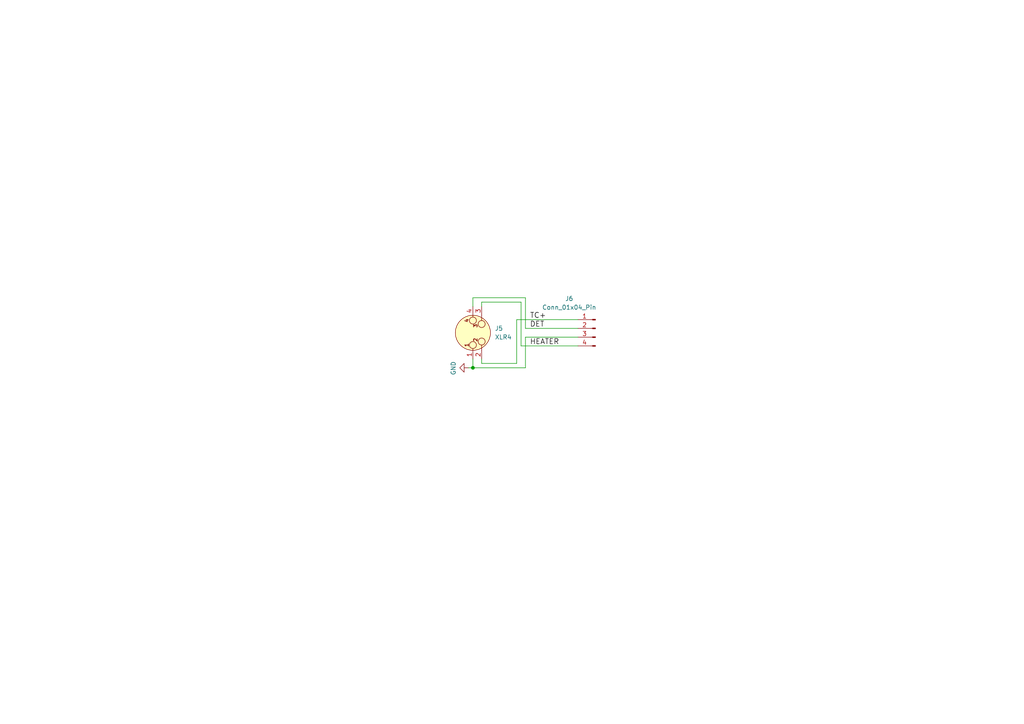
<source format=kicad_sch>
(kicad_sch (version 20250114) (generator "eeschema") (generator_version "9.0")
  (paper "A4")
  (lib_symbols
    (symbol "Connector:Conn_01x04_Pin" (pin_names (offset 1.016) (hide yes))
      (property "Reference" "J" (at 0 5.08 0))
      (property "Value" "Conn_01x04_Pin" (at 0 -7.62 0))
      (symbol "Conn_01x04_Pin_1_1"
        (rectangle (start 0.8636 2.667) (end 0 2.413) (stroke (width 0.1524)) (fill (type outline)))
        (rectangle (start 0.8636 0.127) (end 0 -0.127) (stroke (width 0.1524)) (fill (type outline)))
        (rectangle (start 0.8636 -2.413) (end 0 -2.667) (stroke (width 0.1524)) (fill (type outline)))
        (rectangle (start 0.8636 -4.953) (end 0 -5.207) (stroke (width 0.1524)) (fill (type outline)))
        (polyline (pts (xy 1.27 2.54) (xy 0.8636 2.54)) (stroke (width 0.1524)))
        (polyline (pts (xy 1.27 0) (xy 0.8636 0)) (stroke (width 0.1524)))
        (polyline (pts (xy 1.27 -2.54) (xy 0.8636 -2.54)) (stroke (width 0.1524)))
        (polyline (pts (xy 1.27 -5.08) (xy 0.8636 -5.08)) (stroke (width 0.1524)))
        (pin passive line (at 5.08 2.54 180) (length 3.81) (name "Pin_1") (number "1"))
        (pin passive line (at 5.08 0 180) (length 3.81) (name "Pin_2") (number "2"))
        (pin passive line (at 5.08 -2.54 180) (length 3.81) (name "Pin_3") (number "3"))
        (pin passive line (at 5.08 -5.08 180) (length 3.81) (name "Pin_4") (number "4"))
      )
    )
    (symbol "Connector_Audio:XLR4" (pin_names (hide yes))
      (property "Reference" "J" (at 0 8.89 0))
      (property "Value" "XLR4" (at 0 6.35 0))
      (symbol "XLR4_0_1"
        (polyline (pts (xy -5.08 0) (xy -4.572 0)))
        (polyline (pts (xy -5.08 -2.54) (xy -4.445 -2.54)))
        (polyline (pts (xy -4.572 -2.54) (xy -3.556 -2.54)))
        (circle (center -3.556 0) (radius 1.016))
        (circle (center -2.54 -2.54) (radius 1.016))
        (circle (center 0 0) (radius 5.08) (fill (type background)))
        (circle (center 2.54 -2.54) (radius 1.016))
        (circle (center 3.556 0) (radius 1.016))
        (polyline (pts (xy 4.318 -2.54) (xy 3.556 -2.54)))
        (polyline (pts (xy 5.08 0) (xy 4.572 0)))
        (polyline (pts (xy 5.08 -2.54) (xy 4.445 -2.54)))
        (text "1" (at -3.556 1.778 0) (effects (font (size 1.016 1.016) (bold yes))))
        (text "2" (at -2.032 -0.762 0) (effects (font (size 1.016 1.016) (bold yes))))
        (text "3" (at 2.032 -0.762 0) (effects (font (size 1.016 1.016) (bold yes))))
        (text "4" (at 3.556 1.778 0) (effects (font (size 1.016 1.016) (bold yes))))
      )
      (symbol "XLR4_1_1"
        (pin passive line (at -7.62 0 0) (length 2.54) (name "~") (number "1"))
        (pin passive line (at -7.62 -2.54 0) (length 2.54) (name "~") (number "2"))
        (pin passive line (at 7.62 0 180) (length 2.54) (name "~") (number "4"))
        (pin passive line (at 7.62 -2.54 180) (length 2.54) (name "~") (number "3"))
      )
    )
    (symbol "power:GND" (power) (pin_numbers (hide yes)) (pin_names (offset 0) (hide yes))
      (property "Value" "GND" (at 0 -3.81 0))
      (symbol "GND_0_1"
        (polyline (pts (xy 0 0) (xy 0 -1.27) (xy 1.27 -1.27) (xy 0 -2.54) (xy -1.27 -1.27) (xy 0 -1.27)))
      )
      (symbol "GND_1_1"
        (pin power_in line (at 0 0 270) (length 0) (name "~") (number "1"))
      )
    )
  )
  (junction (at 137.16 106.68))
  (wire (pts (xy 139.7 104.14) (xy 139.7 105.41)))
  (wire (pts (xy 152.4 97.79) (xy 167.64 97.79)))
  (wire (pts (xy 151.13 87.63) (xy 151.13 100.33)))
  (wire (pts (xy 139.7 105.41) (xy 149.86 105.41)))
  (wire (pts (xy 152.4 86.36) (xy 152.4 95.25)))
  (wire (pts (xy 137.16 104.14) (xy 137.16 106.68)))
  (wire (pts (xy 149.86 92.71) (xy 149.86 105.41)))
  (wire (pts (xy 139.7 87.63) (xy 151.13 87.63)))
  (wire (pts (xy 151.13 100.33) (xy 167.64 100.33)))
  (wire (pts (xy 152.4 106.68) (xy 152.4 97.79)))
  (wire (pts (xy 149.86 92.71) (xy 167.64 92.71)))
  (wire (pts (xy 137.16 88.9) (xy 137.16 86.36)))
  (wire (pts (xy 152.4 95.25) (xy 167.64 95.25)))
  (wire (pts (xy 135.89 106.68) (xy 137.16 106.68)))
  (wire (pts (xy 139.7 88.9) (xy 139.7 87.63)))
  (wire (pts (xy 137.16 106.68) (xy 152.4 106.68)))
  (wire (pts (xy 137.16 86.36) (xy 152.4 86.36)))
  (label "TC+" (at 153.67 92.71 0) (effects (font (size 1.524 1.524))))
  (label "DET" (at 153.67 95.25 0) (effects (font (size 1.524 1.524))))
  (label "HEATER" (at 153.67 100.33 0) (effects (font (size 1.524 1.524))))
  (symbol (lib_id "Connector:Conn_01x04_Pin") (at 172.72 95.25 0) (mirror y) (unit 1)
    (property "Reference" "J6" (at 165.1 86.614 0))
    (property "Value" "Conn_01x04_Pin" (at 165.1 89.154 0))
    (property "Footprint" "Connector_PinHeader_2.54mm:PinHeader_1x04_P2.54mm_Vertical" (effects (hide yes)))
    (property "Description" "Generic connector, single row, 01x04, script generated" (effects (hide yes)))
  )
  (symbol (lib_id "power:GND") (at 135.89 106.68 270) (unit 1)
    (property "Reference" "#PWR094" (effects (hide yes)))
    (property "Value" "GND" (at 131.4958 106.807 0))
    (property "Description" "Power symbol creates a global label with name \"GND\" , ground" (effects (hide yes)))
  )
  (symbol (lib_id "Connector_Audio:XLR4") (at 137.16 96.52 90) (unit 1)
    (property "Reference" "J5" (at 143.51 95.2499 90) (effects (justify right)))
    (property "Value" "XLR4" (at 143.51 97.7899 90) (effects (justify right)))
    (property "Footprint" "custom:MiniXLR-4_Rean_RT4MPR" (effects (hide yes)))
    (property "Description" "XLR Connector, Male or Female, 4 Pins" (effects (hide yes)))
  )
)
</source>
